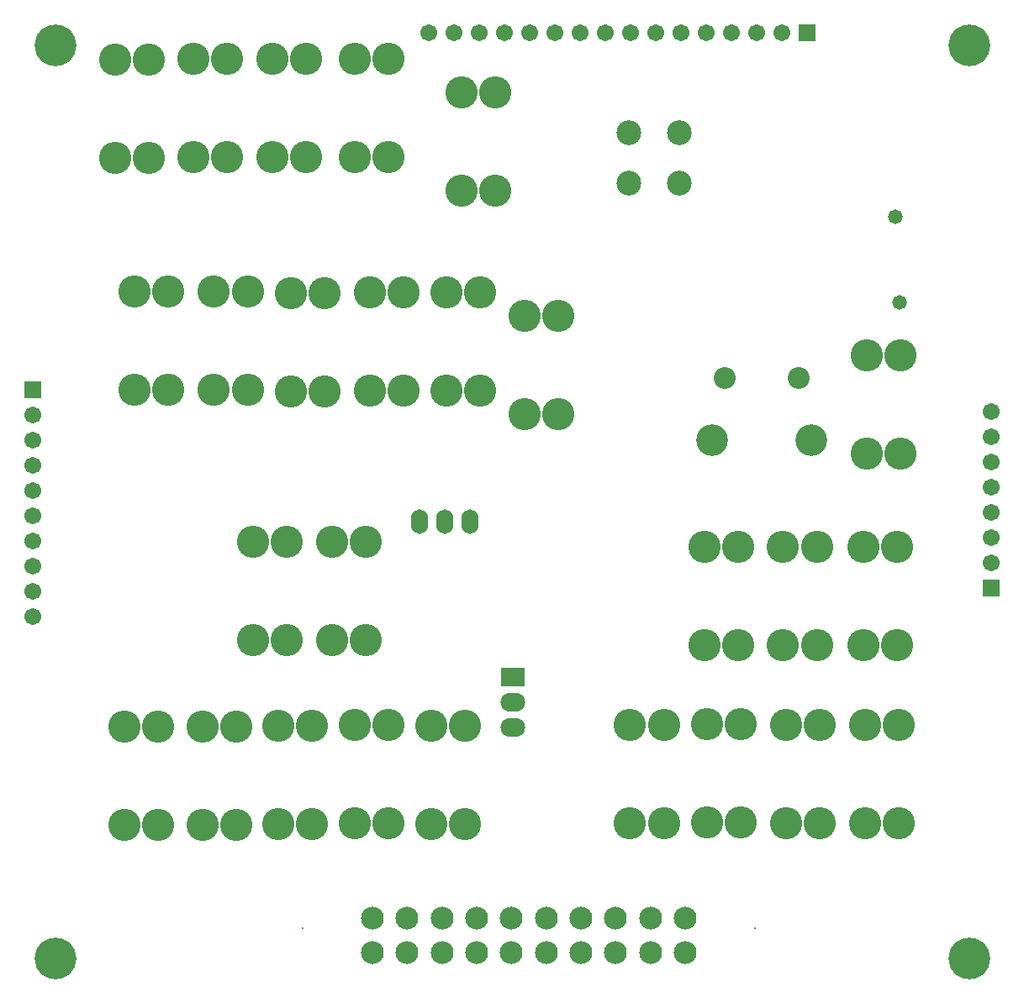
<source format=gbs>
G04*
G04 #@! TF.GenerationSoftware,Altium Limited,Altium Designer,18.0.11 (651)*
G04*
G04 Layer_Color=16711935*
%FSLAX44Y44*%
%MOMM*%
G71*
G01*
G75*
%ADD32C,0.2032*%
%ADD33C,2.3032*%
%ADD34R,1.7032X1.7032*%
%ADD35C,1.7032*%
%ADD36C,3.2512*%
%ADD37C,2.2032*%
%ADD38C,3.2032*%
%ADD39C,2.5032*%
%ADD40R,1.7032X1.7032*%
%ADD41O,2.4892X1.9032*%
%ADD42R,2.4892X1.9032*%
%ADD43O,1.7272X2.4892*%
%ADD44C,4.2032*%
%ADD45C,1.4732*%
D32*
X1252000Y832000D02*
D03*
X797000D02*
D03*
D33*
X1182000Y807400D02*
D03*
X1147000D02*
D03*
X1112000D02*
D03*
X1077000D02*
D03*
X1042000D02*
D03*
X1007000D02*
D03*
X972000D02*
D03*
X937000D02*
D03*
X902000D02*
D03*
X867000D02*
D03*
Y842400D02*
D03*
X1182000D02*
D03*
X1147000D02*
D03*
X1112000D02*
D03*
X1077000D02*
D03*
X1042000D02*
D03*
X1007000D02*
D03*
X972000D02*
D03*
X937000D02*
D03*
X902000D02*
D03*
D34*
X1304544Y1735074D02*
D03*
D35*
X1279144D02*
D03*
X1253744D02*
D03*
X1228344D02*
D03*
X1202944D02*
D03*
X1177544D02*
D03*
X1152144D02*
D03*
X1126744D02*
D03*
X1101344D02*
D03*
X1075944D02*
D03*
X1050544D02*
D03*
X1025144D02*
D03*
X999744D02*
D03*
X974344D02*
D03*
X948944D02*
D03*
X923544D02*
D03*
X525000Y1324200D02*
D03*
Y1146400D02*
D03*
Y1171800D02*
D03*
Y1197200D02*
D03*
Y1222600D02*
D03*
Y1248000D02*
D03*
Y1273400D02*
D03*
Y1298800D02*
D03*
Y1349600D02*
D03*
X1490000Y1200400D02*
D03*
Y1225800D02*
D03*
Y1251200D02*
D03*
Y1276600D02*
D03*
Y1302000D02*
D03*
Y1327400D02*
D03*
Y1352800D02*
D03*
D36*
X1364996Y1409700D02*
D03*
X1399032D02*
D03*
X1364996Y1310640D02*
D03*
X1399032D02*
D03*
X695706Y1035812D02*
D03*
X729742D02*
D03*
X695706Y936752D02*
D03*
X729742D02*
D03*
X617474Y1035812D02*
D03*
X651510D02*
D03*
X617474Y936752D02*
D03*
X651510D02*
D03*
X772160Y1036320D02*
D03*
X806196D02*
D03*
X772160Y937260D02*
D03*
X806196D02*
D03*
X849376Y1037082D02*
D03*
X883412D02*
D03*
X849376Y938022D02*
D03*
X883412D02*
D03*
X926084Y1036320D02*
D03*
X960120D02*
D03*
X926084Y937260D02*
D03*
X960120D02*
D03*
X826000Y1222060D02*
D03*
X860036D02*
D03*
X826000Y1123000D02*
D03*
X860036D02*
D03*
X746964Y1222060D02*
D03*
X781000D02*
D03*
X746964Y1123000D02*
D03*
X781000D02*
D03*
X1283208Y1037336D02*
D03*
X1317244D02*
D03*
X1283208Y938276D02*
D03*
X1317244D02*
D03*
X1363218Y1037336D02*
D03*
X1397254D02*
D03*
X1363218Y938276D02*
D03*
X1397254D02*
D03*
X1203706Y1038352D02*
D03*
X1237742D02*
D03*
X1203706Y939292D02*
D03*
X1237742D02*
D03*
X956564Y1674368D02*
D03*
X990600D02*
D03*
X956564Y1575308D02*
D03*
X990600D02*
D03*
X607964Y1708000D02*
D03*
X642000D02*
D03*
X607964Y1608940D02*
D03*
X642000D02*
D03*
X686562Y1708150D02*
D03*
X720598D02*
D03*
X686562Y1609090D02*
D03*
X720598D02*
D03*
X766064Y1708658D02*
D03*
X800100D02*
D03*
X766064Y1609598D02*
D03*
X800100D02*
D03*
X1126490Y1037336D02*
D03*
X1160526D02*
D03*
X1126490Y938276D02*
D03*
X1160526D02*
D03*
X1201468Y1217060D02*
D03*
X1235504D02*
D03*
X1201468Y1118000D02*
D03*
X1235504D02*
D03*
X1280468Y1217060D02*
D03*
X1314504D02*
D03*
X1280468Y1118000D02*
D03*
X1314504D02*
D03*
X1361468Y1217060D02*
D03*
X1395504D02*
D03*
X1361468Y1118000D02*
D03*
X1395504D02*
D03*
X1020064Y1449578D02*
D03*
X1054100D02*
D03*
X1020064Y1350518D02*
D03*
X1054100D02*
D03*
X707390Y1474216D02*
D03*
X741426D02*
D03*
X707390Y1375156D02*
D03*
X741426D02*
D03*
X785114Y1472692D02*
D03*
X819150D02*
D03*
X785114Y1373632D02*
D03*
X819150D02*
D03*
X864362Y1473454D02*
D03*
X898398D02*
D03*
X864362Y1374394D02*
D03*
X898398D02*
D03*
X849000Y1708658D02*
D03*
X883036D02*
D03*
X849000Y1609598D02*
D03*
X883036D02*
D03*
X941324Y1473200D02*
D03*
X975360D02*
D03*
X941324Y1374140D02*
D03*
X975360D02*
D03*
X627634Y1474216D02*
D03*
X661670D02*
D03*
X627634Y1375156D02*
D03*
X661670D02*
D03*
D37*
X1296578Y1386548D02*
D03*
X1221578D02*
D03*
D38*
X1209078Y1324048D02*
D03*
X1309078D02*
D03*
D39*
X1125220Y1583182D02*
D03*
X1176020D02*
D03*
Y1633982D02*
D03*
X1125220D02*
D03*
D40*
X525000Y1375000D02*
D03*
X1490000Y1175000D02*
D03*
D41*
X1008126Y1034288D02*
D03*
Y1059688D02*
D03*
D42*
Y1085088D02*
D03*
D43*
X914400Y1242060D02*
D03*
X939800D02*
D03*
X965200D02*
D03*
D44*
X1468000Y802000D02*
D03*
X548000Y1722000D02*
D03*
X1468000D02*
D03*
X548000Y802000D02*
D03*
D45*
X1394000Y1549000D02*
D03*
X1398016Y1463294D02*
D03*
M02*

</source>
